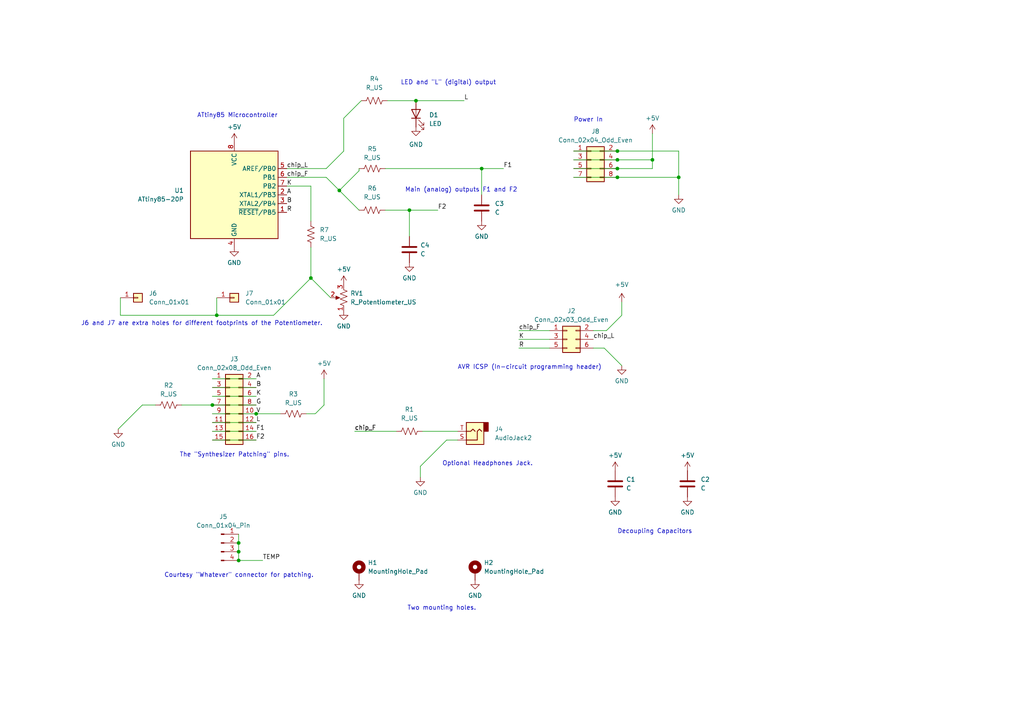
<source format=kicad_sch>
(kicad_sch (version 20230121) (generator eeschema)
  (paper "A4")
  (lib_symbols
    (symbol "Connector:Conn_01x04_Pin" (pin_names (offset 1.016) hide)
      (property "Reference" "J" (at 0 5.08 0))
      (property "Value" "Conn_01x04_Pin" (at 0 -7.62 0))
      (symbol "Conn_01x04_Pin_1_1"
        (polyline (pts (xy 1.27 -5.08) (xy 0.8636 -5.08)) (stroke (width 0.1524)))
        (polyline (pts (xy 1.27 -2.54) (xy 0.8636 -2.54)) (stroke (width 0.1524)))
        (polyline (pts (xy 1.27 0) (xy 0.8636 0)) (stroke (width 0.1524)))
        (polyline (pts (xy 1.27 2.54) (xy 0.8636 2.54)) (stroke (width 0.1524)))
        (rectangle (start 0.8636 -4.953) (end 0 -5.207) (stroke (width 0.1524)) (fill (type outline)))
        (rectangle (start 0.8636 -2.413) (end 0 -2.667) (stroke (width 0.1524)) (fill (type outline)))
        (rectangle (start 0.8636 0.127) (end 0 -0.127) (stroke (width 0.1524)) (fill (type outline)))
        (rectangle (start 0.8636 2.667) (end 0 2.413) (stroke (width 0.1524)) (fill (type outline)))
        (pin passive line (at 5.08 2.54 180) (length 3.81) (name "Pin_1") (number "1"))
        (pin passive line (at 5.08 0 180) (length 3.81) (name "Pin_2") (number "2"))
        (pin passive line (at 5.08 -2.54 180) (length 3.81) (name "Pin_3") (number "3"))
        (pin passive line (at 5.08 -5.08 180) (length 3.81) (name "Pin_4") (number "4"))
      )
    )
    (symbol "Connector_Audio:AudioJack2"
      (property "Reference" "J" (at 0 8.89 0))
      (property "Value" "AudioJack2" (at 0 6.35 0))
      (symbol "AudioJack2_0_1"
        (rectangle (start -3.81 0) (end -2.54 -2.54) (stroke (width 0.254)) (fill (type outline)))
        (rectangle (start -2.54 3.81) (end 2.54 -2.54) (stroke (width 0.254)) (fill (type background)))
        (polyline (pts (xy 0 0) (xy 0.635 -0.635) (xy 1.27 0) (xy 2.54 0)) (stroke (width 0.254)))
        (polyline (pts (xy 2.54 2.54) (xy -0.635 2.54) (xy -0.635 0) (xy -1.27 -0.635) (xy -1.905 0)) (stroke (width 0.254)))
      )
      (symbol "AudioJack2_1_1"
        (pin passive line (at 5.08 2.54 180) (length 2.54) (name "~") (number "S"))
        (pin passive line (at 5.08 0 180) (length 2.54) (name "~") (number "T"))
      )
    )
    (symbol "Connector_Generic:Conn_01x01" (pin_names (offset 1.016) hide)
      (property "Reference" "J" (at 0 2.54 0))
      (property "Value" "Conn_01x01" (at 0 -2.54 0))
      (symbol "Conn_01x01_1_1"
        (rectangle (start -1.27 0.127) (end 0 -0.127) (stroke (width 0.1524)))
        (rectangle (start -1.27 1.27) (end 1.27 -1.27) (stroke (width 0.254)) (fill (type background)))
        (pin passive line (at -5.08 0 0) (length 3.81) (name "Pin_1") (number "1"))
      )
    )
    (symbol "Connector_Generic:Conn_02x03_Odd_Even" (pin_names (offset 1.016) hide)
      (property "Reference" "J" (at 1.27 5.08 0))
      (property "Value" "Conn_02x03_Odd_Even" (at 1.27 -5.08 0))
      (symbol "Conn_02x03_Odd_Even_1_1"
        (rectangle (start -1.27 -2.413) (end 0 -2.667) (stroke (width 0.1524)))
        (rectangle (start -1.27 0.127) (end 0 -0.127) (stroke (width 0.1524)))
        (rectangle (start -1.27 2.667) (end 0 2.413) (stroke (width 0.1524)))
        (rectangle (start -1.27 3.81) (end 3.81 -3.81) (stroke (width 0.254)) (fill (type background)))
        (rectangle (start 3.81 -2.413) (end 2.54 -2.667) (stroke (width 0.1524)))
        (rectangle (start 3.81 0.127) (end 2.54 -0.127) (stroke (width 0.1524)))
        (rectangle (start 3.81 2.667) (end 2.54 2.413) (stroke (width 0.1524)))
        (pin passive line (at -5.08 2.54 0) (length 3.81) (name "Pin_1") (number "1"))
        (pin passive line (at 7.62 2.54 180) (length 3.81) (name "Pin_2") (number "2"))
        (pin passive line (at -5.08 0 0) (length 3.81) (name "Pin_3") (number "3"))
        (pin passive line (at 7.62 0 180) (length 3.81) (name "Pin_4") (number "4"))
        (pin passive line (at -5.08 -2.54 0) (length 3.81) (name "Pin_5") (number "5"))
        (pin passive line (at 7.62 -2.54 180) (length 3.81) (name "Pin_6") (number "6"))
      )
    )
    (symbol "Connector_Generic:Conn_02x04_Odd_Even" (pin_names (offset 1.016) hide)
      (property "Reference" "J" (at 1.27 5.08 0))
      (property "Value" "Conn_02x04_Odd_Even" (at 1.27 -7.62 0))
      (symbol "Conn_02x04_Odd_Even_1_1"
        (rectangle (start -1.27 -4.953) (end 0 -5.207) (stroke (width 0.1524)))
        (rectangle (start -1.27 -2.413) (end 0 -2.667) (stroke (width 0.1524)))
        (rectangle (start -1.27 0.127) (end 0 -0.127) (stroke (width 0.1524)))
        (rectangle (start -1.27 2.667) (end 0 2.413) (stroke (width 0.1524)))
        (rectangle (start -1.27 3.81) (end 3.81 -6.35) (stroke (width 0.254)) (fill (type background)))
        (rectangle (start 3.81 -4.953) (end 2.54 -5.207) (stroke (width 0.1524)))
        (rectangle (start 3.81 -2.413) (end 2.54 -2.667) (stroke (width 0.1524)))
        (rectangle (start 3.81 0.127) (end 2.54 -0.127) (stroke (width 0.1524)))
        (rectangle (start 3.81 2.667) (end 2.54 2.413) (stroke (width 0.1524)))
        (pin passive line (at -5.08 2.54 0) (length 3.81) (name "Pin_1") (number "1"))
        (pin passive line (at 7.62 2.54 180) (length 3.81) (name "Pin_2") (number "2"))
        (pin passive line (at -5.08 0 0) (length 3.81) (name "Pin_3") (number "3"))
        (pin passive line (at 7.62 0 180) (length 3.81) (name "Pin_4") (number "4"))
        (pin passive line (at -5.08 -2.54 0) (length 3.81) (name "Pin_5") (number "5"))
        (pin passive line (at 7.62 -2.54 180) (length 3.81) (name "Pin_6") (number "6"))
        (pin passive line (at -5.08 -5.08 0) (length 3.81) (name "Pin_7") (number "7"))
        (pin passive line (at 7.62 -5.08 180) (length 3.81) (name "Pin_8") (number "8"))
      )
    )
    (symbol "Connector_Generic:Conn_02x08_Odd_Even" (pin_names (offset 1.016) hide)
      (property "Reference" "J" (at 1.27 10.16 0))
      (property "Value" "Conn_02x08_Odd_Even" (at 1.27 -12.7 0))
      (symbol "Conn_02x08_Odd_Even_1_1"
        (rectangle (start -1.27 -10.033) (end 0 -10.287) (stroke (width 0.1524)))
        (rectangle (start -1.27 -7.493) (end 0 -7.747) (stroke (width 0.1524)))
        (rectangle (start -1.27 -4.953) (end 0 -5.207) (stroke (width 0.1524)))
        (rectangle (start -1.27 -2.413) (end 0 -2.667) (stroke (width 0.1524)))
        (rectangle (start -1.27 0.127) (end 0 -0.127) (stroke (width 0.1524)))
        (rectangle (start -1.27 2.667) (end 0 2.413) (stroke (width 0.1524)))
        (rectangle (start -1.27 5.207) (end 0 4.953) (stroke (width 0.1524)))
        (rectangle (start -1.27 7.747) (end 0 7.493) (stroke (width 0.1524)))
        (rectangle (start -1.27 8.89) (end 3.81 -11.43) (stroke (width 0.254)) (fill (type background)))
        (rectangle (start 3.81 -10.033) (end 2.54 -10.287) (stroke (width 0.1524)))
        (rectangle (start 3.81 -7.493) (end 2.54 -7.747) (stroke (width 0.1524)))
        (rectangle (start 3.81 -4.953) (end 2.54 -5.207) (stroke (width 0.1524)))
        (rectangle (start 3.81 -2.413) (end 2.54 -2.667) (stroke (width 0.1524)))
        (rectangle (start 3.81 0.127) (end 2.54 -0.127) (stroke (width 0.1524)))
        (rectangle (start 3.81 2.667) (end 2.54 2.413) (stroke (width 0.1524)))
        (rectangle (start 3.81 5.207) (end 2.54 4.953) (stroke (width 0.1524)))
        (rectangle (start 3.81 7.747) (end 2.54 7.493) (stroke (width 0.1524)))
        (pin passive line (at -5.08 7.62 0) (length 3.81) (name "Pin_1") (number "1"))
        (pin passive line (at 7.62 -2.54 180) (length 3.81) (name "Pin_10") (number "10"))
        (pin passive line (at -5.08 -5.08 0) (length 3.81) (name "Pin_11") (number "11"))
        (pin passive line (at 7.62 -5.08 180) (length 3.81) (name "Pin_12") (number "12"))
        (pin passive line (at -5.08 -7.62 0) (length 3.81) (name "Pin_13") (number "13"))
        (pin passive line (at 7.62 -7.62 180) (length 3.81) (name "Pin_14") (number "14"))
        (pin passive line (at -5.08 -10.16 0) (length 3.81) (name "Pin_15") (number "15"))
        (pin passive line (at 7.62 -10.16 180) (length 3.81) (name "Pin_16") (number "16"))
        (pin passive line (at 7.62 7.62 180) (length 3.81) (name "Pin_2") (number "2"))
        (pin passive line (at -5.08 5.08 0) (length 3.81) (name "Pin_3") (number "3"))
        (pin passive line (at 7.62 5.08 180) (length 3.81) (name "Pin_4") (number "4"))
        (pin passive line (at -5.08 2.54 0) (length 3.81) (name "Pin_5") (number "5"))
        (pin passive line (at 7.62 2.54 180) (length 3.81) (name "Pin_6") (number "6"))
        (pin passive line (at -5.08 0 0) (length 3.81) (name "Pin_7") (number "7"))
        (pin passive line (at 7.62 0 180) (length 3.81) (name "Pin_8") (number "8"))
        (pin passive line (at -5.08 -2.54 0) (length 3.81) (name "Pin_9") (number "9"))
      )
    )
    (symbol "Device:C" (pin_numbers hide) (pin_names (offset 0.254))
      (property "Reference" "C" (at 0.635 2.54 0))
      (property "Value" "C" (at 0.635 -2.54 0))
      (symbol "C_0_1"
        (polyline (pts (xy -2.032 -0.762) (xy 2.032 -0.762)) (stroke (width 0.508)))
        (polyline (pts (xy -2.032 0.762) (xy 2.032 0.762)) (stroke (width 0.508)))
      )
      (symbol "C_1_1"
        (pin passive line (at 0 3.81 270) (length 2.794) (name "~") (number "1"))
        (pin passive line (at 0 -3.81 90) (length 2.794) (name "~") (number "2"))
      )
    )
    (symbol "Device:LED" (pin_numbers hide) (pin_names (offset 1.016) hide)
      (property "Reference" "D" (at 0 2.54 0))
      (property "Value" "LED" (at 0 -2.54 0))
      (symbol "LED_0_1"
        (polyline (pts (xy -1.27 -1.27) (xy -1.27 1.27)) (stroke (width 0.254)))
        (polyline (pts (xy -1.27 0) (xy 1.27 0)))
        (polyline (pts (xy 1.27 -1.27) (xy 1.27 1.27) (xy -1.27 0) (xy 1.27 -1.27)) (stroke (width 0.254)))
        (polyline (pts (xy -3.048 -0.762) (xy -4.572 -2.286) (xy -3.81 -2.286) (xy -4.572 -2.286) (xy -4.572 -1.524)))
        (polyline (pts (xy -1.778 -0.762) (xy -3.302 -2.286) (xy -2.54 -2.286) (xy -3.302 -2.286) (xy -3.302 -1.524)))
      )
      (symbol "LED_1_1"
        (pin passive line (at -3.81 0 0) (length 2.54) (name "K") (number "1"))
        (pin passive line (at 3.81 0 180) (length 2.54) (name "A") (number "2"))
      )
    )
    (symbol "Device:R_Potentiometer_US" (pin_names (offset 1.016) hide)
      (property "Reference" "RV" (at -4.445 0 90))
      (property "Value" "R_Potentiometer_US" (at -2.54 0 90))
      (symbol "R_Potentiometer_US_0_1"
        (polyline (pts (xy 0 -2.286) (xy 0 -2.54)))
        (polyline (pts (xy 0 2.54) (xy 0 2.286)))
        (polyline (pts (xy 2.54 0) (xy 1.524 0)))
        (polyline (pts (xy 1.143 0) (xy 2.286 0.508) (xy 2.286 -0.508) (xy 1.143 0)) (fill (type outline)))
        (polyline (pts (xy 0 -0.762) (xy 1.016 -1.143) (xy 0 -1.524) (xy -1.016 -1.905) (xy 0 -2.286)))
        (polyline (pts (xy 0 0.762) (xy 1.016 0.381) (xy 0 0) (xy -1.016 -0.381) (xy 0 -0.762)))
        (polyline (pts (xy 0 2.286) (xy 1.016 1.905) (xy 0 1.524) (xy -1.016 1.143) (xy 0 0.762)))
      )
      (symbol "R_Potentiometer_US_1_1"
        (pin passive line (at 0 3.81 270) (length 1.27) (name "1") (number "1"))
        (pin passive line (at 3.81 0 180) (length 1.27) (name "2") (number "2"))
        (pin passive line (at 0 -3.81 90) (length 1.27) (name "3") (number "3"))
      )
    )
    (symbol "Device:R_US" (pin_numbers hide) (pin_names (offset 0))
      (property "Reference" "R" (at 2.54 0 90))
      (property "Value" "R_US" (at -2.54 0 90))
      (symbol "R_US_0_1"
        (polyline (pts (xy 0 -2.286) (xy 0 -2.54)))
        (polyline (pts (xy 0 2.286) (xy 0 2.54)))
        (polyline (pts (xy 0 -0.762) (xy 1.016 -1.143) (xy 0 -1.524) (xy -1.016 -1.905) (xy 0 -2.286)))
        (polyline (pts (xy 0 0.762) (xy 1.016 0.381) (xy 0 0) (xy -1.016 -0.381) (xy 0 -0.762)))
        (polyline (pts (xy 0 2.286) (xy 1.016 1.905) (xy 0 1.524) (xy -1.016 1.143) (xy 0 0.762)))
      )
      (symbol "R_US_1_1"
        (pin passive line (at 0 3.81 270) (length 1.27) (name "~") (number "1"))
        (pin passive line (at 0 -3.81 90) (length 1.27) (name "~") (number "2"))
      )
    )
    (symbol "MCU_Microchip_ATtiny:ATtiny85-20P"
      (property "Reference" "U" (at -12.7 13.97 0))
      (property "Value" "ATtiny85-20P" (at 2.54 -13.97 0))
      (symbol "ATtiny85-20P_0_1"
        (rectangle (start -12.7 -12.7) (end 12.7 12.7) (stroke (width 0.254)) (fill (type background)))
      )
      (symbol "ATtiny85-20P_1_1"
        (pin bidirectional line (at 15.24 -5.08 180) (length 2.54) (name "~{RESET}/PB5") (number "1"))
        (pin bidirectional line (at 15.24 0 180) (length 2.54) (name "XTAL1/PB3") (number "2"))
        (pin bidirectional line (at 15.24 -2.54 180) (length 2.54) (name "XTAL2/PB4") (number "3"))
        (pin power_in line (at 0 -15.24 90) (length 2.54) (name "GND") (number "4"))
        (pin bidirectional line (at 15.24 7.62 180) (length 2.54) (name "AREF/PB0") (number "5"))
        (pin bidirectional line (at 15.24 5.08 180) (length 2.54) (name "PB1") (number "6"))
        (pin bidirectional line (at 15.24 2.54 180) (length 2.54) (name "PB2") (number "7"))
        (pin power_in line (at 0 15.24 270) (length 2.54) (name "VCC") (number "8"))
      )
    )
    (symbol "Mechanical:MountingHole_Pad" (pin_numbers hide) (pin_names (offset 1.016) hide)
      (property "Reference" "H" (at 0 6.35 0))
      (property "Value" "MountingHole_Pad" (at 0 4.445 0))
      (symbol "MountingHole_Pad_0_1"
        (circle (center 0 1.27) (radius 1.27) (stroke (width 1.27)))
      )
      (symbol "MountingHole_Pad_1_1"
        (pin input line (at 0 -2.54 90) (length 2.54) (name "1") (number "1"))
      )
    )
    (symbol "power:+5V" (power) (pin_names (offset 0))
      (property "Value" "+5V" (at 0 3.556 0))
      (symbol "+5V_0_1"
        (polyline (pts (xy -0.762 1.27) (xy 0 2.54)))
        (polyline (pts (xy 0 0) (xy 0 2.54)))
        (polyline (pts (xy 0 2.54) (xy 0.762 1.27)))
      )
      (symbol "+5V_1_1"
        (pin power_in line (at 0 0 90) (length 0) hide (name "+5V") (number "1"))
      )
    )
    (symbol "power:GND" (power) (pin_names (offset 0))
      (property "Value" "GND" (at 0 -3.81 0))
      (symbol "GND_0_1"
        (polyline (pts (xy 0 0) (xy 0 -1.27) (xy 1.27 -1.27) (xy 0 -2.54) (xy -1.27 -1.27) (xy 0 -1.27)))
      )
      (symbol "GND_1_1"
        (pin power_in line (at 0 0 270) (length 0) hide (name "GND") (number "1"))
      )
    )
  )
  (junction (at 189.23 46.355))
  (junction (at 74.295 120.015))
  (junction (at 61.595 117.475))
  (junction (at 179.07 48.895))
  (junction (at 139.7 48.895))
  (junction (at 120.65 29.21))
  (junction (at 98.425 55.245))
  (junction (at 62.865 91.44))
  (junction (at 69.215 160.02))
  (junction (at 118.745 60.96))
  (junction (at 179.07 51.435))
  (junction (at 196.85 51.435))
  (junction (at 179.07 46.355))
  (junction (at 90.17 80.645))
  (junction (at 179.07 43.815))
  (junction (at 69.215 157.48))
  (junction (at 69.215 162.56))
  (wire (pts (xy 118.745 60.96) (xy 118.745 68.58)))
  (wire (pts (xy 83.185 51.435) (xy 94.615 51.435)))
  (wire (pts (xy 166.37 51.435) (xy 179.07 51.435)))
  (wire (pts (xy 74.295 120.015) (xy 81.28 120.015)))
  (wire (pts (xy 150.495 100.965) (xy 159.385 100.965)))
  (wire (pts (xy 34.925 91.44) (xy 62.865 91.44)))
  (wire (pts (xy 166.37 43.815) (xy 179.07 43.815)))
  (wire (pts (xy 172.085 100.965) (xy 175.26 100.965)))
  (wire (pts (xy 172.085 95.885) (xy 175.895 95.885)))
  (wire (pts (xy 179.07 51.435) (xy 196.85 51.435)))
  (wire (pts (xy 83.185 53.975) (xy 90.17 53.975)))
  (wire (pts (xy 79.375 91.44) (xy 90.17 80.645)))
  (wire (pts (xy 61.595 112.395) (xy 74.295 112.395)))
  (wire (pts (xy 139.7 48.895) (xy 146.05 48.895)))
  (wire (pts (xy 99.695 43.815) (xy 99.695 34.29)))
  (wire (pts (xy 189.23 38.735) (xy 189.23 46.355)))
  (wire (pts (xy 196.85 51.435) (xy 196.85 56.515)))
  (wire (pts (xy 69.215 162.56) (xy 76.2 162.56)))
  (wire (pts (xy 196.85 43.815) (xy 196.85 51.435)))
  (wire (pts (xy 189.23 46.355) (xy 189.23 48.895)))
  (wire (pts (xy 69.215 160.02) (xy 69.215 162.56)))
  (wire (pts (xy 175.895 95.885) (xy 180.34 91.44)))
  (wire (pts (xy 179.07 48.895) (xy 189.23 48.895)))
  (wire (pts (xy 61.595 109.855) (xy 74.295 109.855)))
  (wire (pts (xy 45.085 117.475) (xy 41.275 117.475)))
  (wire (pts (xy 166.37 48.895) (xy 179.07 48.895)))
  (wire (pts (xy 179.07 46.355) (xy 189.23 46.355)))
  (wire (pts (xy 104.14 49.53) (xy 98.425 55.245)))
  (wire (pts (xy 180.34 87.63) (xy 180.34 91.44)))
  (wire (pts (xy 61.595 114.935) (xy 74.295 114.935)))
  (wire (pts (xy 99.695 34.29) (xy 104.775 29.21)))
  (wire (pts (xy 122.555 125.095) (xy 132.715 125.095)))
  (wire (pts (xy 121.92 138.43) (xy 121.92 135.255)))
  (wire (pts (xy 61.595 120.015) (xy 74.295 120.015)))
  (wire (pts (xy 90.17 80.645) (xy 95.885 86.36)))
  (wire (pts (xy 93.98 109.855) (xy 93.98 117.475)))
  (wire (pts (xy 61.595 127.635) (xy 74.295 127.635)))
  (wire (pts (xy 41.275 117.475) (xy 34.29 124.46)))
  (wire (pts (xy 61.595 117.475) (xy 74.295 117.475)))
  (wire (pts (xy 90.17 53.975) (xy 90.17 64.135)))
  (wire (pts (xy 166.37 46.355) (xy 179.07 46.355)))
  (wire (pts (xy 69.215 154.94) (xy 69.215 157.48)))
  (wire (pts (xy 91.44 120.015) (xy 93.98 117.475)))
  (wire (pts (xy 179.07 43.815) (xy 196.85 43.815)))
  (wire (pts (xy 139.7 48.895) (xy 139.7 56.515)))
  (wire (pts (xy 150.495 95.885) (xy 159.385 95.885)))
  (wire (pts (xy 150.495 98.425) (xy 159.385 98.425)))
  (wire (pts (xy 62.865 86.36) (xy 62.865 91.44)))
  (wire (pts (xy 112.395 29.21) (xy 120.65 29.21)))
  (wire (pts (xy 121.92 135.255) (xy 129.54 127.635)))
  (wire (pts (xy 104.14 48.895) (xy 104.14 49.53)))
  (wire (pts (xy 61.595 125.095) (xy 74.295 125.095)))
  (wire (pts (xy 94.615 48.895) (xy 99.695 43.815)))
  (wire (pts (xy 88.9 120.015) (xy 91.44 120.015)))
  (wire (pts (xy 83.185 48.895) (xy 94.615 48.895)))
  (wire (pts (xy 52.705 117.475) (xy 61.595 117.475)))
  (wire (pts (xy 62.865 91.44) (xy 79.375 91.44)))
  (wire (pts (xy 111.76 60.96) (xy 118.745 60.96)))
  (wire (pts (xy 120.65 29.21) (xy 134.62 29.21)))
  (wire (pts (xy 102.87 125.095) (xy 114.935 125.095)))
  (wire (pts (xy 118.745 60.96) (xy 127 60.96)))
  (wire (pts (xy 98.425 55.245) (xy 104.14 60.96)))
  (wire (pts (xy 94.615 51.435) (xy 98.425 55.245)))
  (wire (pts (xy 34.925 86.36) (xy 34.925 91.44)))
  (wire (pts (xy 69.215 157.48) (xy 69.215 160.02)))
  (wire (pts (xy 129.54 127.635) (xy 132.715 127.635)))
  (wire (pts (xy 175.26 100.965) (xy 180.34 106.045)))
  (wire (pts (xy 90.17 71.755) (xy 90.17 80.645)))
  (wire (pts (xy 61.595 122.555) (xy 74.295 122.555)))
  (wire (pts (xy 111.76 48.895) (xy 139.7 48.895)))
  (text "Two mounting holes." (at 118.11 177.165 0) (effects (font (size 1.27 1.27)) (justify left bottom)))
  (text "Power In" (at 166.37 35.56 0) (effects (font (size 1.27 1.27)) (justify left bottom)))
  (text "AVR ICSP (In-circuit programming header)" (at 132.715 107.315 0) (effects (font (size 1.27 1.27)) (justify left bottom)))
  (text "Courtesy \"Whatever\" connector for patching." (at 47.625 167.64 0) (effects (font (size 1.27 1.27)) (justify left bottom)))
  (text "Main (analog) outputs F1 and F2" (at 117.475 55.88 0) (effects (font (size 1.27 1.27)) (justify left bottom)))
  (text "The \"Synthesizer Patching\" pins. " (at 52.07 132.715 0) (effects (font (size 1.27 1.27)) (justify left bottom)))
  (text "ATtiny85 Microcontroller" (at 57.15 34.29 0) (effects (font (size 1.27 1.27)) (justify left bottom)))
  (text "J6 and J7 are extra holes for different footprints of the Potentiometer." (at 23.495 94.615 0) (effects (font (size 1.27 1.27)) (justify left bottom)))
  (text "LED and \"L\" (digital) output" (at 116.205 24.765 0) (effects (font (size 1.27 1.27)) (justify left bottom)))
  (text "Optional Headphones Jack." (at 128.27 135.255 0) (effects (font (size 1.27 1.27)) (justify left bottom)))
  (text "Decoupling Capacitors\n" (at 179.07 154.94 0) (effects (font (size 1.27 1.27)) (justify left bottom)))
  (label "TEMP" (at 76.2 162.56 0))
  (label "A" (at 74.295 109.855 0))
  (label "chip_F" (at 102.87 125.095 0))
  (label "V" (at 74.295 120.015 0))
  (label "K" (at 83.185 53.975 0))
  (label "B" (at 74.295 112.395 0))
  (label "R" (at 83.185 61.595 0))
  (label "chip_L" (at 83.185 48.895 0))
  (label "chip_F" (at 83.185 51.435 0))
  (label "L" (at 74.295 122.555 0))
  (label "R" (at 150.495 100.965 0))
  (label "B" (at 83.185 59.055 0))
  (label "chip_F" (at 102.87 125.095 0))
  (label "K" (at 74.295 114.935 0))
  (label "F2" (at 74.295 127.635 0))
  (label "chip_F" (at 150.495 95.885 0))
  (label "G" (at 74.295 117.475 0))
  (label "F1" (at 74.295 125.095 0))
  (label "F1" (at 146.05 48.895 0))
  (label "L" (at 134.62 29.21 0))
  (label "A" (at 83.185 56.515 0))
  (label "F2" (at 127 60.96 0))
  (label "chip_L" (at 172.085 98.425 0))
  (label "K" (at 150.495 98.425 0))
  (symbol (lib_id "MCU_Microchip_ATtiny:ATtiny85-20P") (at 67.945 56.515 0) (unit 1)
    (property "Reference" "U1" (at 53.34 55.245 0) (effects (justify right)))
    (property "Value" "ATtiny85-20P" (at 53.34 57.785 0) (effects (justify right)))
    (property "Footprint" "Package_DIP:DIP-8_W7.62mm_Socket_LongPads" (effects hide))
    (property "Datasheet" "http://ww1.microchip.com/downloads/en/DeviceDoc/atmel-2586-avr-8-bit-microcontroller-attiny25-attiny45-attiny85_datasheet.pdf" (effects hide))
  )
  (symbol (lib_id "Device:R_US") (at 90.17 67.945 0) (unit 1)
    (property "Reference" "R7" (at 92.71 66.675 0) (effects (justify left)))
    (property "Value" "R_US" (at 92.71 69.215 0) (effects (justify left)))
    (property "Footprint" "Resistor_THT:R_Axial_DIN0207_L6.3mm_D2.5mm_P10.16mm_Horizontal" (effects hide))
  )
  (symbol (lib_id "power:GND") (at 180.34 106.045 0) (unit 1)
    (property "Reference" "#PWR010" (effects hide))
    (property "Value" "GND" (at 180.34 110.49 0))
  )
  (symbol (lib_id "Connector_Generic:Conn_01x01") (at 40.005 86.36 0) (unit 1)
    (property "Reference" "J6" (at 43.18 85.09 0) (effects (justify left)))
    (property "Value" "Conn_01x01" (at 43.18 87.63 0) (effects (justify left)))
    (property "Footprint" "Connector_PinHeader_2.54mm:PinHeader_1x01_P2.54mm_Vertical" (effects hide))
  )
  (symbol (lib_id "Connector:Conn_01x04_Pin") (at 64.135 157.48 0) (unit 1)
    (property "Reference" "J5" (at 64.77 149.86 0))
    (property "Value" "Conn_01x04_Pin" (at 64.77 152.4 0))
    (property "Footprint" "Connector_PinHeader_2.54mm:PinHeader_1x04_P2.54mm_Vertical" (effects hide))
  )
  (symbol (lib_id "Device:R_US") (at 107.95 60.96 90) (unit 1)
    (property "Reference" "R6" (at 107.95 54.61 90))
    (property "Value" "R_US" (at 107.95 57.15 90))
    (property "Footprint" "Resistor_THT:R_Axial_DIN0207_L6.3mm_D2.5mm_P10.16mm_Horizontal" (effects hide))
  )
  (symbol (lib_id "power:GND") (at 137.795 168.275 0) (unit 1)
    (property "Reference" "#PWR013" (effects hide))
    (property "Value" "GND" (at 137.795 172.72 0))
  )
  (symbol (lib_id "Device:C") (at 139.7 60.325 0) (unit 1)
    (property "Reference" "C3" (at 143.51 59.055 0) (effects (justify left)))
    (property "Value" "C" (at 143.51 61.595 0) (effects (justify left)))
    (property "Footprint" "Capacitor_THT:C_Disc_D5.0mm_W2.5mm_P5.00mm" (effects hide))
  )
  (symbol (lib_id "Mechanical:MountingHole_Pad") (at 104.14 165.735 0) (unit 1)
    (property "Reference" "H1" (at 106.68 163.195 0) (effects (justify left)))
    (property "Value" "MountingHole_Pad" (at 106.68 165.735 0) (effects (justify left)))
    (property "Footprint" "MountingHole:MountingHole_4mm_Pad_Via" (effects hide))
  )
  (symbol (lib_id "power:GND") (at 139.7 64.135 0) (unit 1)
    (property "Reference" "#PWR08" (effects hide))
    (property "Value" "GND" (at 139.7 68.58 0))
  )
  (symbol (lib_id "power:GND") (at 199.39 144.145 0) (unit 1)
    (property "Reference" "#PWR020" (effects hide))
    (property "Value" "GND" (at 199.39 148.59 0))
  )
  (symbol (lib_id "power:GND") (at 121.92 138.43 0) (unit 1)
    (property "Reference" "#PWR07" (effects hide))
    (property "Value" "GND" (at 121.92 142.875 0))
  )
  (symbol (lib_id "Connector_Generic:Conn_02x04_Odd_Even") (at 171.45 46.355 0) (unit 1)
    (property "Reference" "J8" (at 172.72 38.1 0))
    (property "Value" "Conn_02x04_Odd_Even" (at 172.72 40.64 0))
    (property "Footprint" "Connector_PinHeader_2.54mm:PinHeader_2x04_P2.54mm_Vertical" (effects hide))
  )
  (symbol (lib_id "power:+5V") (at 178.435 136.525 0) (unit 1)
    (property "Reference" "#PWR017" (effects hide))
    (property "Value" "+5V" (at 178.435 132.08 0))
  )
  (symbol (lib_id "Device:C") (at 199.39 140.335 0) (unit 1)
    (property "Reference" "C2" (at 203.2 139.065 0) (effects (justify left)))
    (property "Value" "C" (at 203.2 141.605 0) (effects (justify left)))
    (property "Footprint" "Capacitor_THT:C_Disc_D5.0mm_W2.5mm_P5.00mm" (effects hide))
  )
  (symbol (lib_id "Device:R_US") (at 118.745 125.095 90) (unit 1)
    (property "Reference" "R1" (at 118.745 118.745 90))
    (property "Value" "R_US" (at 118.745 121.285 90))
    (property "Footprint" "Resistor_THT:R_Axial_DIN0207_L6.3mm_D2.5mm_P10.16mm_Horizontal" (effects hide))
  )
  (symbol (lib_id "Device:R_US") (at 85.09 120.015 90) (unit 1)
    (property "Reference" "R3" (at 85.09 114.3 90))
    (property "Value" "R_US" (at 85.09 116.84 90))
    (property "Footprint" "Resistor_THT:R_Axial_DIN0207_L6.3mm_D2.5mm_P10.16mm_Horizontal" (effects hide))
  )
  (symbol (lib_id "Device:R_Potentiometer_US") (at 99.695 86.36 180) (unit 1)
    (property "Reference" "RV1" (at 101.6 85.09 0) (effects (justify right)))
    (property "Value" "R_Potentiometer_US" (at 101.6 87.63 0) (effects (justify right)))
    (property "Footprint" "Potentiometer_THT:Potentiometer_Bourns_3386P_Vertical" (effects hide))
  )
  (symbol (lib_id "Connector_Generic:Conn_02x08_Odd_Even") (at 66.675 117.475 0) (unit 1)
    (property "Reference" "J3" (at 67.945 104.14 0))
    (property "Value" "Conn_02x08_Odd_Even" (at 67.945 106.68 0))
    (property "Footprint" "Connector_PinHeader_2.54mm:PinHeader_2x08_P2.54mm_Vertical" (effects hide))
  )
  (symbol (lib_id "Device:R_US") (at 48.895 117.475 90) (unit 1)
    (property "Reference" "R2" (at 48.895 111.76 90))
    (property "Value" "R_US" (at 48.895 114.3 90))
    (property "Footprint" "Resistor_THT:R_Axial_DIN0207_L6.3mm_D2.5mm_P10.16mm_Horizontal" (effects hide))
  )
  (symbol (lib_id "power:GND") (at 104.14 168.275 0) (unit 1)
    (property "Reference" "#PWR014" (effects hide))
    (property "Value" "GND" (at 104.14 172.72 0))
  )
  (symbol (lib_id "Device:C") (at 178.435 140.335 0) (unit 1)
    (property "Reference" "C1" (at 181.61 139.065 0) (effects (justify left)))
    (property "Value" "C" (at 181.61 141.605 0) (effects (justify left)))
    (property "Footprint" "Capacitor_THT:C_Disc_D5.0mm_W2.5mm_P5.00mm" (effects hide))
  )
  (symbol (lib_id "power:+5V") (at 180.34 87.63 0) (unit 1)
    (property "Reference" "#PWR09" (effects hide))
    (property "Value" "+5V" (at 180.34 82.55 0))
  )
  (symbol (lib_id "power:GND") (at 99.695 90.17 0) (unit 1)
    (property "Reference" "#PWR04" (effects hide))
    (property "Value" "GND" (at 99.695 94.615 0))
  )
  (symbol (lib_id "Device:LED") (at 120.65 33.02 90) (unit 1)
    (property "Reference" "D1" (at 124.46 33.3375 90) (effects (justify right)))
    (property "Value" "LED" (at 124.46 35.8775 90) (effects (justify right)))
    (property "Footprint" "LED_THT:LED_D5.0mm" (effects hide))
  )
  (symbol (lib_id "power:+5V") (at 199.39 136.525 0) (unit 1)
    (property "Reference" "#PWR018" (effects hide))
    (property "Value" "+5V" (at 199.39 132.08 0))
  )
  (symbol (lib_id "power:+5V") (at 67.945 41.275 0) (unit 1)
    (property "Reference" "#PWR01" (effects hide))
    (property "Value" "+5V" (at 67.945 36.83 0))
  )
  (symbol (lib_id "Mechanical:MountingHole_Pad") (at 137.795 165.735 0) (unit 1)
    (property "Reference" "H2" (at 140.335 163.195 0) (effects (justify left)))
    (property "Value" "MountingHole_Pad" (at 140.335 165.735 0) (effects (justify left)))
    (property "Footprint" "MountingHole:MountingHole_4mm_Pad_Via" (effects hide))
  )
  (symbol (lib_id "power:+5V") (at 93.98 109.855 0) (unit 1)
    (property "Reference" "#PWR016" (effects hide))
    (property "Value" "+5V" (at 93.98 105.41 0))
  )
  (symbol (lib_id "power:GND") (at 34.29 124.46 0) (unit 1)
    (property "Reference" "#PWR015" (effects hide))
    (property "Value" "GND" (at 34.29 128.905 0))
  )
  (symbol (lib_id "Connector_Generic:Conn_01x01") (at 67.945 86.36 0) (unit 1)
    (property "Reference" "J7" (at 71.12 85.09 0) (effects (justify left)))
    (property "Value" "Conn_01x01" (at 71.12 87.63 0) (effects (justify left)))
    (property "Footprint" "Connector_PinHeader_2.54mm:PinHeader_1x01_P2.54mm_Vertical" (effects hide))
  )
  (symbol (lib_id "Device:R_US") (at 107.95 48.895 90) (unit 1)
    (property "Reference" "R5" (at 107.95 43.18 90))
    (property "Value" "R_US" (at 107.95 45.72 90))
    (property "Footprint" "Resistor_THT:R_Axial_DIN0207_L6.3mm_D2.5mm_P10.16mm_Horizontal" (effects hide))
  )
  (symbol (lib_id "power:+5V") (at 189.23 38.735 0) (unit 1)
    (property "Reference" "#PWR021" (effects hide))
    (property "Value" "+5V" (at 189.23 34.29 0))
  )
  (symbol (lib_id "Connector_Audio:AudioJack2") (at 137.795 125.095 180) (unit 1)
    (property "Reference" "J4" (at 143.51 124.46 0) (effects (justify right)))
    (property "Value" "AudioJack2" (at 143.51 127 0) (effects (justify right)))
    (property "Footprint" "Library:Jack_3.5mm_CUI_SJ1-3525N_Horizontal_No_Edge_Cuts" (effects hide))
  )
  (symbol (lib_id "power:GND") (at 118.745 76.2 0) (unit 1)
    (property "Reference" "#PWR05" (effects hide))
    (property "Value" "GND" (at 118.745 80.645 0))
  )
  (symbol (lib_id "Device:R_US") (at 108.585 29.21 90) (unit 1)
    (property "Reference" "R4" (at 108.585 22.86 90))
    (property "Value" "R_US" (at 108.585 25.4 90))
    (property "Footprint" "Resistor_THT:R_Axial_DIN0207_L6.3mm_D2.5mm_P10.16mm_Horizontal" (effects hide))
  )
  (symbol (lib_id "power:GND") (at 67.945 71.755 0) (unit 1)
    (property "Reference" "#PWR02" (effects hide))
    (property "Value" "GND" (at 67.945 76.2 0))
  )
  (symbol (lib_id "power:GND") (at 196.85 56.515 0) (unit 1)
    (property "Reference" "#PWR022" (effects hide))
    (property "Value" "GND" (at 196.85 60.96 0))
  )
  (symbol (lib_id "power:GND") (at 178.435 144.145 0) (unit 1)
    (property "Reference" "#PWR019" (effects hide))
    (property "Value" "GND" (at 178.435 148.59 0))
  )
  (symbol (lib_id "Device:C") (at 118.745 72.39 0) (unit 1)
    (property "Reference" "C4" (at 121.92 71.12 0) (effects (justify left)))
    (property "Value" "C" (at 121.92 73.66 0) (effects (justify left)))
    (property "Footprint" "Capacitor_THT:C_Disc_D5.0mm_W2.5mm_P5.00mm" (effects hide))
  )
  (symbol (lib_id "power:GND") (at 120.65 36.83 0) (unit 1)
    (property "Reference" "#PWR06" (effects hide))
    (property "Value" "GND" (at 120.65 41.91 0))
  )
  (symbol (lib_id "Connector_Generic:Conn_02x03_Odd_Even") (at 164.465 98.425 0) (unit 1)
    (property "Reference" "J2" (at 165.735 90.17 0))
    (property "Value" "Conn_02x03_Odd_Even" (at 165.735 92.71 0))
    (property "Footprint" "Connector_PinHeader_2.54mm:PinHeader_2x03_P2.54mm_Vertical" (effects hide))
  )
  (symbol (lib_id "power:+5V") (at 99.695 82.55 0) (unit 1)
    (property "Reference" "#PWR03" (effects hide))
    (property "Value" "+5V" (at 99.695 78.105 0))
  )
)
</source>
